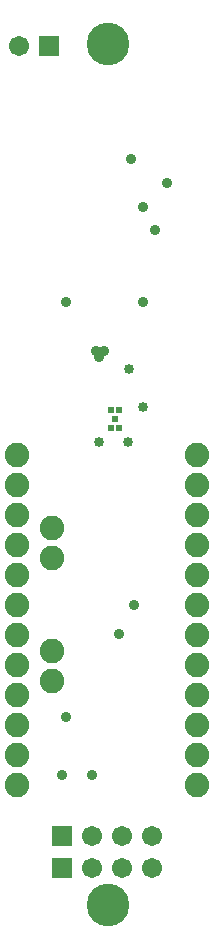
<source format=gbs>
G04 Layer_Color=16711935*
%FSLAX24Y24*%
%MOIN*%
G70*
G01*
G75*
%ADD50C,0.1419*%
%ADD51C,0.0671*%
%ADD52R,0.0671X0.0671*%
%ADD53C,0.0820*%
%ADD54C,0.0336*%
%ADD55C,0.0356*%
%ADD56C,0.0237*%
D50*
X4134Y29665D02*
D03*
Y965D02*
D03*
D51*
X5598Y3268D02*
D03*
X4598D02*
D03*
X3598D02*
D03*
X1165Y29606D02*
D03*
X5598Y2205D02*
D03*
X4598D02*
D03*
X3598D02*
D03*
D52*
X2598Y3268D02*
D03*
X2165Y29606D02*
D03*
X2598Y2205D02*
D03*
D53*
X2276Y8434D02*
D03*
Y9434D02*
D03*
Y12534D02*
D03*
Y13534D02*
D03*
X1126Y15984D02*
D03*
Y14984D02*
D03*
Y13984D02*
D03*
Y12984D02*
D03*
Y11984D02*
D03*
Y10984D02*
D03*
Y9984D02*
D03*
Y8984D02*
D03*
Y7984D02*
D03*
Y6984D02*
D03*
Y5984D02*
D03*
Y4984D02*
D03*
X7126D02*
D03*
Y5984D02*
D03*
Y6984D02*
D03*
Y7984D02*
D03*
Y8984D02*
D03*
Y9984D02*
D03*
Y10984D02*
D03*
Y11984D02*
D03*
Y12984D02*
D03*
Y13984D02*
D03*
Y14984D02*
D03*
Y15984D02*
D03*
D54*
X4803Y16417D02*
D03*
X3858D02*
D03*
X5315Y17559D02*
D03*
X4843Y18819D02*
D03*
D55*
X3858Y19252D02*
D03*
X4016Y19449D02*
D03*
X3740D02*
D03*
X5020Y10984D02*
D03*
X4528Y10000D02*
D03*
X4921Y25827D02*
D03*
X6102Y25039D02*
D03*
X5315Y24252D02*
D03*
X5709Y23465D02*
D03*
X2598Y5315D02*
D03*
X3622D02*
D03*
X2746Y7234D02*
D03*
X5315Y21063D02*
D03*
X2756D02*
D03*
D56*
X4370Y17165D02*
D03*
X4232Y17461D02*
D03*
Y16870D02*
D03*
X4508D02*
D03*
Y17461D02*
D03*
M02*

</source>
